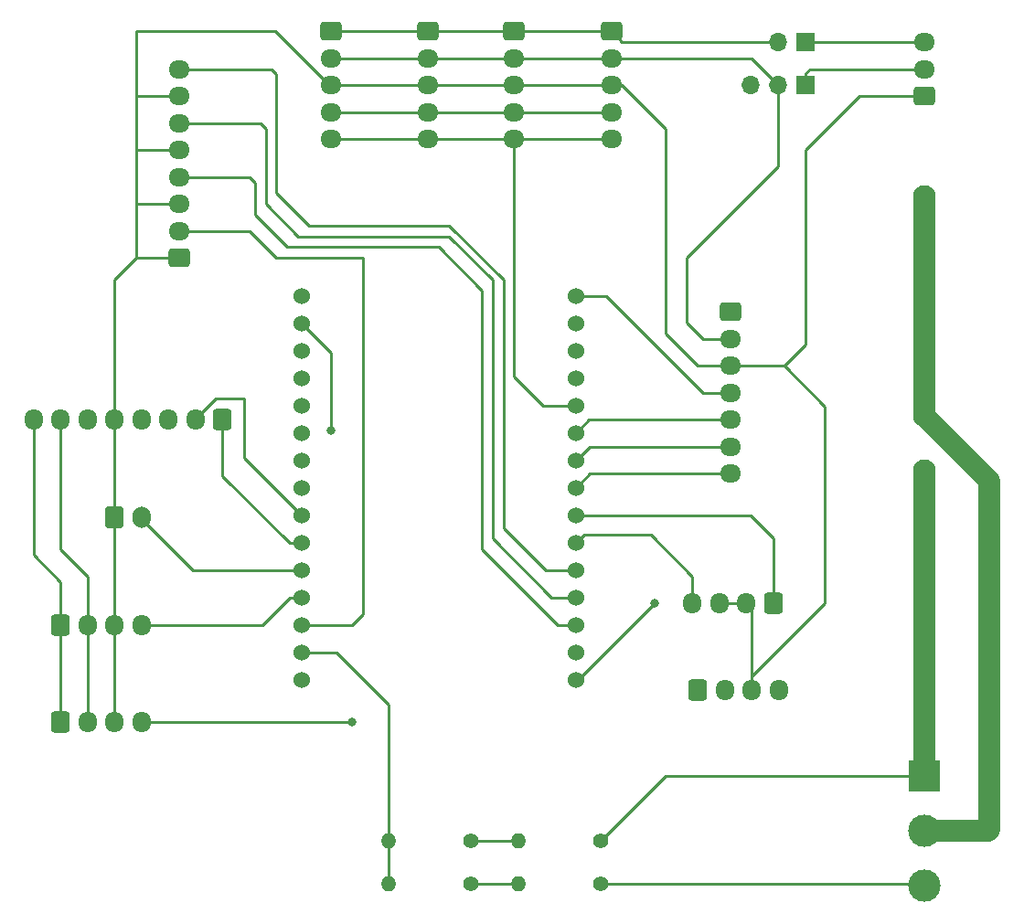
<source format=gtl>
G04 #@! TF.GenerationSoftware,KiCad,Pcbnew,(6.0.10)*
G04 #@! TF.CreationDate,2023-01-20T16:50:10+01:00*
G04 #@! TF.ProjectId,greenhouse,67726565-6e68-46f7-9573-652e6b696361,rev?*
G04 #@! TF.SameCoordinates,Original*
G04 #@! TF.FileFunction,Copper,L1,Top*
G04 #@! TF.FilePolarity,Positive*
%FSLAX46Y46*%
G04 Gerber Fmt 4.6, Leading zero omitted, Abs format (unit mm)*
G04 Created by KiCad (PCBNEW (6.0.10)) date 2023-01-20 16:50:10*
%MOMM*%
%LPD*%
G01*
G04 APERTURE LIST*
G04 Aperture macros list*
%AMRoundRect*
0 Rectangle with rounded corners*
0 $1 Rounding radius*
0 $2 $3 $4 $5 $6 $7 $8 $9 X,Y pos of 4 corners*
0 Add a 4 corners polygon primitive as box body*
4,1,4,$2,$3,$4,$5,$6,$7,$8,$9,$2,$3,0*
0 Add four circle primitives for the rounded corners*
1,1,$1+$1,$2,$3*
1,1,$1+$1,$4,$5*
1,1,$1+$1,$6,$7*
1,1,$1+$1,$8,$9*
0 Add four rect primitives between the rounded corners*
20,1,$1+$1,$2,$3,$4,$5,0*
20,1,$1+$1,$4,$5,$6,$7,0*
20,1,$1+$1,$6,$7,$8,$9,0*
20,1,$1+$1,$8,$9,$2,$3,0*%
G04 Aperture macros list end*
G04 #@! TA.AperFunction,ComponentPad*
%ADD10C,1.524000*%
G04 #@! TD*
G04 #@! TA.AperFunction,ComponentPad*
%ADD11O,1.950000X1.700000*%
G04 #@! TD*
G04 #@! TA.AperFunction,ComponentPad*
%ADD12RoundRect,0.250000X-0.725000X0.600000X-0.725000X-0.600000X0.725000X-0.600000X0.725000X0.600000X0*%
G04 #@! TD*
G04 #@! TA.AperFunction,ComponentPad*
%ADD13O,1.700000X1.950000*%
G04 #@! TD*
G04 #@! TA.AperFunction,ComponentPad*
%ADD14RoundRect,0.250000X-0.600000X-0.725000X0.600000X-0.725000X0.600000X0.725000X-0.600000X0.725000X0*%
G04 #@! TD*
G04 #@! TA.AperFunction,ComponentPad*
%ADD15RoundRect,0.250000X0.600000X0.725000X-0.600000X0.725000X-0.600000X-0.725000X0.600000X-0.725000X0*%
G04 #@! TD*
G04 #@! TA.AperFunction,ComponentPad*
%ADD16RoundRect,0.250000X0.725000X-0.600000X0.725000X0.600000X-0.725000X0.600000X-0.725000X-0.600000X0*%
G04 #@! TD*
G04 #@! TA.AperFunction,ComponentPad*
%ADD17O,1.400000X1.400000*%
G04 #@! TD*
G04 #@! TA.AperFunction,ComponentPad*
%ADD18C,1.400000*%
G04 #@! TD*
G04 #@! TA.AperFunction,ComponentPad*
%ADD19O,1.700000X1.700000*%
G04 #@! TD*
G04 #@! TA.AperFunction,ComponentPad*
%ADD20R,1.700000X1.700000*%
G04 #@! TD*
G04 #@! TA.AperFunction,ComponentPad*
%ADD21C,2.100000*%
G04 #@! TD*
G04 #@! TA.AperFunction,ComponentPad*
%ADD22R,2.100000X2.100000*%
G04 #@! TD*
G04 #@! TA.AperFunction,ComponentPad*
%ADD23O,1.700000X2.000000*%
G04 #@! TD*
G04 #@! TA.AperFunction,ComponentPad*
%ADD24RoundRect,0.250000X-0.600000X-0.750000X0.600000X-0.750000X0.600000X0.750000X-0.600000X0.750000X0*%
G04 #@! TD*
G04 #@! TA.AperFunction,ComponentPad*
%ADD25C,3.000000*%
G04 #@! TD*
G04 #@! TA.AperFunction,ComponentPad*
%ADD26R,3.000000X3.000000*%
G04 #@! TD*
G04 #@! TA.AperFunction,ViaPad*
%ADD27C,0.800000*%
G04 #@! TD*
G04 #@! TA.AperFunction,Conductor*
%ADD28C,0.250000*%
G04 #@! TD*
G04 #@! TA.AperFunction,Conductor*
%ADD29C,2.000000*%
G04 #@! TD*
G04 APERTURE END LIST*
D10*
X131300000Y-84540000D03*
X131300000Y-87080000D03*
X131300000Y-89620000D03*
X131300000Y-92160000D03*
X131300000Y-94700000D03*
X131300000Y-97240000D03*
X131300000Y-99780000D03*
X131300000Y-102320000D03*
X131300000Y-104860000D03*
X131300000Y-107400000D03*
X131300000Y-109940000D03*
X131300000Y-112480000D03*
X131300000Y-115020000D03*
X131300000Y-117560000D03*
X131300000Y-120100000D03*
X156700000Y-120100000D03*
X156700000Y-117560000D03*
X156700000Y-115020000D03*
X156700000Y-112480000D03*
X156700000Y-109940000D03*
X156700000Y-107400000D03*
X156700000Y-104860000D03*
X156700000Y-102320000D03*
X156700000Y-99780000D03*
X156700000Y-97240000D03*
X156700000Y-94700000D03*
X156700000Y-92160000D03*
X156700000Y-89620000D03*
X156700000Y-87080000D03*
X156700000Y-84540000D03*
D11*
X160000000Y-70000000D03*
X160000000Y-67500000D03*
X160000000Y-65000000D03*
X160000000Y-62500000D03*
D12*
X160000000Y-60000000D03*
D13*
X175500000Y-121000000D03*
X173000000Y-121000000D03*
X170500000Y-121000000D03*
D14*
X168000000Y-121000000D03*
D13*
X106500000Y-96000000D03*
X109000000Y-96000000D03*
X111500000Y-96000000D03*
X114000000Y-96000000D03*
X116500000Y-96000000D03*
X119000000Y-96000000D03*
X121500000Y-96000000D03*
D15*
X124000000Y-96000000D03*
D11*
X120000000Y-63500000D03*
X120000000Y-66000000D03*
X120000000Y-68500000D03*
X120000000Y-71000000D03*
X120000000Y-73500000D03*
X120000000Y-76000000D03*
X120000000Y-78500000D03*
D16*
X120000000Y-81000000D03*
D17*
X151380000Y-139000000D03*
D18*
X159000000Y-139000000D03*
D19*
X172920000Y-65000000D03*
X175460000Y-65000000D03*
D20*
X178000000Y-65000000D03*
D11*
X189000000Y-61000000D03*
X189000000Y-63500000D03*
D16*
X189000000Y-66000000D03*
D19*
X175460000Y-61000000D03*
D20*
X178000000Y-61000000D03*
D17*
X139380000Y-139000000D03*
D18*
X147000000Y-139000000D03*
D17*
X139380000Y-135000000D03*
D18*
X147000000Y-135000000D03*
D17*
X151380000Y-135000000D03*
D18*
X159000000Y-135000000D03*
D21*
X189000000Y-75280000D03*
X189000000Y-80360000D03*
X189000000Y-85440000D03*
X189000000Y-90520000D03*
X189000000Y-95600000D03*
X189000000Y-100680000D03*
X189000000Y-105760000D03*
X189000000Y-110840000D03*
X189000000Y-115920000D03*
D22*
X189000000Y-121000000D03*
D11*
X134000000Y-70000000D03*
X134000000Y-67500000D03*
X134000000Y-65000000D03*
X134000000Y-62500000D03*
D12*
X134000000Y-60000000D03*
D11*
X151000000Y-70000000D03*
X151000000Y-67500000D03*
X151000000Y-65000000D03*
X151000000Y-62500000D03*
D12*
X151000000Y-60000000D03*
D13*
X116500000Y-115000000D03*
X114000000Y-115000000D03*
X111500000Y-115000000D03*
D14*
X109000000Y-115000000D03*
D23*
X116500000Y-105000000D03*
D24*
X114000000Y-105000000D03*
D25*
X189000000Y-139160000D03*
X189000000Y-134080000D03*
D26*
X189000000Y-129000000D03*
D11*
X171000000Y-101000000D03*
X171000000Y-98500000D03*
X171000000Y-96000000D03*
X171000000Y-93500000D03*
X171000000Y-91000000D03*
X171000000Y-88500000D03*
D12*
X171000000Y-86000000D03*
D13*
X167500000Y-113000000D03*
X170000000Y-113000000D03*
X172500000Y-113000000D03*
D15*
X175000000Y-113000000D03*
D13*
X116500000Y-124000000D03*
X114000000Y-124000000D03*
X111500000Y-124000000D03*
D14*
X109000000Y-124000000D03*
D11*
X143000000Y-70000000D03*
X143000000Y-67500000D03*
X143000000Y-65000000D03*
X143000000Y-62500000D03*
D12*
X143000000Y-60000000D03*
D27*
X134000000Y-97000000D03*
X136000000Y-124000000D03*
X164000000Y-113000000D03*
D28*
X137000000Y-81000000D02*
X129000000Y-81000000D01*
X137000000Y-114000000D02*
X137000000Y-81000000D01*
X126500000Y-78500000D02*
X120000000Y-78500000D01*
X135980000Y-115020000D02*
X137000000Y-114000000D01*
X131300000Y-115020000D02*
X135980000Y-115020000D01*
X129000000Y-81000000D02*
X126500000Y-78500000D01*
X114000000Y-115000000D02*
X114000000Y-124000000D01*
X134000000Y-89780000D02*
X134000000Y-97000000D01*
X131300000Y-87080000D02*
X134000000Y-89780000D01*
X116500000Y-124000000D02*
X136000000Y-124000000D01*
X155020000Y-115020000D02*
X156700000Y-115020000D01*
X148000000Y-108000000D02*
X155020000Y-115020000D01*
X148000000Y-84000000D02*
X148000000Y-108000000D01*
X144000000Y-80000000D02*
X148000000Y-84000000D01*
X130000000Y-80000000D02*
X144000000Y-80000000D01*
X127000000Y-74000000D02*
X127000000Y-77000000D01*
X127000000Y-77000000D02*
X130000000Y-80000000D01*
X120000000Y-73500000D02*
X126500000Y-73500000D01*
X126500000Y-73500000D02*
X127000000Y-74000000D01*
X156063604Y-112480000D02*
X156381802Y-112161802D01*
X154480000Y-112480000D02*
X156063604Y-112480000D01*
X145000000Y-79000000D02*
X149000000Y-83000000D01*
X131000000Y-79000000D02*
X145000000Y-79000000D01*
X128000000Y-69000000D02*
X128000000Y-76000000D01*
X149000000Y-83000000D02*
X149000000Y-107000000D01*
X127500000Y-68500000D02*
X128000000Y-69000000D01*
X128000000Y-76000000D02*
X131000000Y-79000000D01*
X149000000Y-107000000D02*
X154480000Y-112480000D01*
X120000000Y-68500000D02*
X127500000Y-68500000D01*
X153940000Y-109940000D02*
X156700000Y-109940000D01*
X150000000Y-83000000D02*
X150000000Y-106000000D01*
X145000000Y-78000000D02*
X150000000Y-83000000D01*
X132000000Y-78000000D02*
X145000000Y-78000000D01*
X150000000Y-106000000D02*
X153940000Y-109940000D01*
X129000000Y-75000000D02*
X132000000Y-78000000D01*
X129000000Y-64000000D02*
X129000000Y-75000000D01*
X128500000Y-63500000D02*
X129000000Y-64000000D01*
X120000000Y-63500000D02*
X128500000Y-63500000D01*
X134000000Y-65000000D02*
X143000000Y-65000000D01*
X143000000Y-65000000D02*
X151000000Y-65000000D01*
X151000000Y-65000000D02*
X160000000Y-65000000D01*
X116000000Y-81000000D02*
X120000000Y-81000000D01*
X120000000Y-76000000D02*
X116000000Y-76000000D01*
X116000000Y-66000000D02*
X116000000Y-76000000D01*
X116000000Y-76000000D02*
X116000000Y-81000000D01*
X120000000Y-71000000D02*
X116000000Y-71000000D01*
X114000000Y-83000000D02*
X116000000Y-81000000D01*
X114000000Y-96000000D02*
X114000000Y-83000000D01*
X114000000Y-96000000D02*
X114000000Y-105000000D01*
X114000000Y-115000000D02*
X114000000Y-105000000D01*
X170000000Y-113000000D02*
X172500000Y-113000000D01*
X173000000Y-113500000D02*
X172500000Y-113000000D01*
X173000000Y-121000000D02*
X173000000Y-113500000D01*
X139380000Y-135000000D02*
X139380000Y-139000000D01*
X176000000Y-91000000D02*
X171000000Y-91000000D01*
X178000000Y-89000000D02*
X176000000Y-91000000D01*
X178000000Y-71000000D02*
X178000000Y-89000000D01*
X189000000Y-66000000D02*
X183000000Y-66000000D01*
X183000000Y-66000000D02*
X178000000Y-71000000D01*
X173000000Y-119775000D02*
X179775000Y-113000000D01*
X173000000Y-121000000D02*
X173000000Y-119775000D01*
X179775000Y-94775000D02*
X176000000Y-91000000D01*
X179775000Y-113000000D02*
X179775000Y-94775000D01*
X116000000Y-66000000D02*
X120000000Y-66000000D01*
X133875000Y-65000000D02*
X134000000Y-65000000D01*
X128875000Y-60000000D02*
X133875000Y-65000000D01*
X116000000Y-60000000D02*
X128875000Y-60000000D01*
X116000000Y-66000000D02*
X116000000Y-60000000D01*
X168000000Y-91000000D02*
X171000000Y-91000000D01*
X165000000Y-88000000D02*
X168000000Y-91000000D01*
X165000000Y-69000000D02*
X165000000Y-88000000D01*
X160000000Y-65000000D02*
X161000000Y-65000000D01*
X161000000Y-65000000D02*
X165000000Y-69000000D01*
X131300000Y-117560000D02*
X134560000Y-117560000D01*
X139380000Y-122380000D02*
X139380000Y-135000000D01*
X134560000Y-117560000D02*
X139380000Y-122380000D01*
X134000000Y-70000000D02*
X160000000Y-70000000D01*
X156700000Y-94700000D02*
X153700000Y-94700000D01*
X153700000Y-94700000D02*
X151000000Y-92000000D01*
X151000000Y-92000000D02*
X151000000Y-70000000D01*
X160000000Y-67500000D02*
X151000000Y-67500000D01*
X134000000Y-67500000D02*
X151000000Y-67500000D01*
X134000000Y-62500000D02*
X143000000Y-62500000D01*
X143000000Y-62500000D02*
X151000000Y-62500000D01*
X151000000Y-62500000D02*
X160000000Y-62500000D01*
X111500000Y-124000000D02*
X111500000Y-115000000D01*
X168500000Y-88500000D02*
X171000000Y-88500000D01*
X167000000Y-87000000D02*
X168500000Y-88500000D01*
X167000000Y-81000000D02*
X167000000Y-87000000D01*
X175460000Y-65000000D02*
X175460000Y-72540000D01*
X167000000Y-81000000D02*
X175460000Y-72540000D01*
X111500000Y-115000000D02*
X111500000Y-110500000D01*
X109000000Y-108000000D02*
X109000000Y-96000000D01*
X111500000Y-110500000D02*
X109000000Y-108000000D01*
X172960000Y-62500000D02*
X175460000Y-65000000D01*
X160000000Y-62500000D02*
X172960000Y-62500000D01*
X160000000Y-60000000D02*
X151000000Y-60000000D01*
X143000000Y-60000000D02*
X151000000Y-60000000D01*
X134000000Y-60000000D02*
X143000000Y-60000000D01*
X109000000Y-124000000D02*
X109000000Y-115000000D01*
X109000000Y-115000000D02*
X109000000Y-111000000D01*
X106500000Y-108500000D02*
X106500000Y-96000000D01*
X109000000Y-111000000D02*
X106500000Y-108500000D01*
X161000000Y-61000000D02*
X160000000Y-60000000D01*
X175460000Y-61000000D02*
X161000000Y-61000000D01*
X126000000Y-99560000D02*
X131300000Y-104860000D01*
X126000000Y-94000000D02*
X126000000Y-99560000D01*
X123375000Y-94000000D02*
X126000000Y-94000000D01*
X121500000Y-96000000D02*
X121500000Y-95875000D01*
X121500000Y-95875000D02*
X123375000Y-94000000D01*
X124000000Y-97075000D02*
X124000000Y-96000000D01*
X124000000Y-101177630D02*
X124000000Y-97075000D01*
X130222370Y-107400000D02*
X124000000Y-101177630D01*
X131300000Y-107400000D02*
X130222370Y-107400000D01*
X175000000Y-113000000D02*
X175000000Y-107000000D01*
X156700000Y-104860000D02*
X172860000Y-104860000D01*
X172860000Y-104860000D02*
X175000000Y-107000000D01*
X158020000Y-101000000D02*
X156700000Y-102320000D01*
X171000000Y-101000000D02*
X158020000Y-101000000D01*
X157980000Y-98500000D02*
X156700000Y-99780000D01*
X171000000Y-98500000D02*
X157980000Y-98500000D01*
X157940000Y-96000000D02*
X156700000Y-97240000D01*
X171000000Y-96000000D02*
X157940000Y-96000000D01*
X159540000Y-84540000D02*
X156700000Y-84540000D01*
X171000000Y-93500000D02*
X168500000Y-93500000D01*
X168500000Y-93500000D02*
X159540000Y-84540000D01*
D29*
X189000000Y-134080000D02*
X194920000Y-134080000D01*
D28*
X194920000Y-134080000D02*
X195000000Y-134000000D01*
D29*
X195000000Y-101600000D02*
X189000000Y-95600000D01*
X195000000Y-134000000D02*
X195000000Y-101600000D01*
X189000000Y-95600000D02*
X189000000Y-75280000D01*
X189000000Y-100680000D02*
X189000000Y-129000000D01*
D28*
X165000000Y-129000000D02*
X159000000Y-135000000D01*
X189000000Y-129000000D02*
X165000000Y-129000000D01*
X121290000Y-109940000D02*
X131300000Y-109940000D01*
X116500000Y-105150000D02*
X121290000Y-109940000D01*
X116500000Y-105000000D02*
X116500000Y-105150000D01*
X116500000Y-115000000D02*
X127702370Y-115000000D01*
X130222370Y-112480000D02*
X127702370Y-115000000D01*
X131300000Y-112480000D02*
X130222370Y-112480000D01*
X151380000Y-135000000D02*
X147000000Y-135000000D01*
X147000000Y-139000000D02*
X151380000Y-139000000D01*
X167500000Y-113000000D02*
X167500000Y-110500000D01*
X157461999Y-106638001D02*
X163638001Y-106638001D01*
X156700000Y-107400000D02*
X157461999Y-106638001D01*
X163638001Y-106638001D02*
X167500000Y-110500000D01*
X189000000Y-61000000D02*
X178000000Y-61000000D01*
X156900000Y-120100000D02*
X156700000Y-120100000D01*
X164000000Y-113000000D02*
X156900000Y-120100000D01*
X178000000Y-63900000D02*
X178000000Y-65000000D01*
X178400000Y-63500000D02*
X178000000Y-63900000D01*
X189000000Y-63500000D02*
X178400000Y-63500000D01*
X188840000Y-139000000D02*
X189000000Y-139160000D01*
X159000000Y-139000000D02*
X188840000Y-139000000D01*
M02*

</source>
